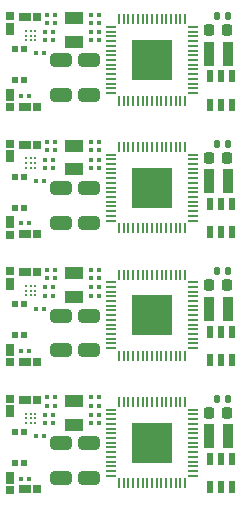
<source format=gtp>
G04 #@! TF.GenerationSoftware,KiCad,Pcbnew,9.0.0*
G04 #@! TF.CreationDate,2025-06-25T20:27:41-04:00*
G04 #@! TF.ProjectId,rp2350-decoder,72703233-3530-42d6-9465-636f6465722e,v0.2.0*
G04 #@! TF.SameCoordinates,Original*
G04 #@! TF.FileFunction,Paste,Top*
G04 #@! TF.FilePolarity,Positive*
%FSLAX46Y46*%
G04 Gerber Fmt 4.6, Leading zero omitted, Abs format (unit mm)*
G04 Created by KiCad (PCBNEW 9.0.0) date 2025-06-25 20:27:41*
%MOMM*%
%LPD*%
G01*
G04 APERTURE LIST*
G04 Aperture macros list*
%AMRoundRect*
0 Rectangle with rounded corners*
0 $1 Rounding radius*
0 $2 $3 $4 $5 $6 $7 $8 $9 X,Y pos of 4 corners*
0 Add a 4 corners polygon primitive as box body*
4,1,4,$2,$3,$4,$5,$6,$7,$8,$9,$2,$3,0*
0 Add four circle primitives for the rounded corners*
1,1,$1+$1,$2,$3*
1,1,$1+$1,$4,$5*
1,1,$1+$1,$6,$7*
1,1,$1+$1,$8,$9*
0 Add four rect primitives between the rounded corners*
20,1,$1+$1,$2,$3,$4,$5,0*
20,1,$1+$1,$4,$5,$6,$7,0*
20,1,$1+$1,$6,$7,$8,$9,0*
20,1,$1+$1,$8,$9,$2,$3,0*%
G04 Aperture macros list end*
%ADD10R,1.050000X0.800000*%
%ADD11R,0.650000X0.800000*%
%ADD12RoundRect,0.079500X-0.079500X-0.100500X0.079500X-0.100500X0.079500X0.100500X-0.079500X0.100500X0*%
%ADD13RoundRect,0.079500X-0.100500X0.079500X-0.100500X-0.079500X0.100500X-0.079500X0.100500X0.079500X0*%
%ADD14RoundRect,0.079500X0.100500X-0.079500X0.100500X0.079500X-0.100500X0.079500X-0.100500X-0.079500X0*%
%ADD15RoundRect,0.225000X-0.225000X-0.250000X0.225000X-0.250000X0.225000X0.250000X-0.225000X0.250000X0*%
%ADD16R,0.950000X2.100000*%
%ADD17RoundRect,0.147500X0.147500X0.172500X-0.147500X0.172500X-0.147500X-0.172500X0.147500X-0.172500X0*%
%ADD18R,0.200000X0.880000*%
%ADD19R,0.880000X0.200000*%
%ADD20R,3.400000X3.400000*%
%ADD21R,0.800000X1.050000*%
%ADD22R,0.800000X0.650000*%
%ADD23RoundRect,0.250000X-0.650000X0.325000X-0.650000X-0.325000X0.650000X-0.325000X0.650000X0.325000X0*%
%ADD24C,0.230000*%
%ADD25RoundRect,0.250000X0.650000X-0.325000X0.650000X0.325000X-0.650000X0.325000X-0.650000X-0.325000X0*%
%ADD26R,0.550000X0.550000*%
%ADD27R,1.600000X1.000000*%
%ADD28R,0.550000X1.100000*%
G04 APERTURE END LIST*
D10*
G04 #@! TO.C,D1*
X26880000Y-25820000D03*
D11*
X27940000Y-25820000D03*
G04 #@! TD*
D12*
G04 #@! TO.C,R10*
X28597273Y-48697201D03*
X29287273Y-48697201D03*
G04 #@! TD*
D13*
G04 #@! TO.C,C10*
X33160000Y-37905000D03*
X33160000Y-38595000D03*
G04 #@! TD*
D14*
G04 #@! TO.C,R14*
X33166559Y-26305022D03*
X33166559Y-25615022D03*
G04 #@! TD*
D15*
G04 #@! TO.C,C7*
X42475000Y-37730000D03*
X44025000Y-37730000D03*
G04 #@! TD*
D12*
G04 #@! TO.C,R11*
X27795000Y-28890000D03*
X28485000Y-28890000D03*
G04 #@! TD*
D10*
G04 #@! TO.C,D1*
X26880000Y-36620000D03*
D11*
X27940000Y-36620000D03*
G04 #@! TD*
D12*
G04 #@! TO.C,R13*
X26565000Y-21690000D03*
X27255000Y-21690000D03*
G04 #@! TD*
D16*
G04 #@! TO.C,L1*
X44107500Y-18110000D03*
X42432500Y-18110000D03*
G04 #@! TD*
G04 #@! TO.C,L1*
X44107500Y-39710000D03*
X42432500Y-39710000D03*
G04 #@! TD*
D14*
G04 #@! TO.C,C19*
X29460000Y-37105000D03*
X29460000Y-36415000D03*
G04 #@! TD*
D17*
G04 #@! TO.C,D7*
X44095000Y-47330000D03*
X43125000Y-47330000D03*
G04 #@! TD*
D18*
G04 #@! TO.C,U4*
X34840000Y-22090000D03*
X35240000Y-22090000D03*
X35640000Y-22090000D03*
X36040000Y-22090000D03*
X36440000Y-22090000D03*
X36840000Y-22090000D03*
X37240000Y-22090000D03*
X37640000Y-22090000D03*
X38040000Y-22090000D03*
X38440000Y-22090000D03*
X38840000Y-22090000D03*
X39240000Y-22090000D03*
X39640000Y-22090000D03*
X40040000Y-22090000D03*
X40440000Y-22090000D03*
D19*
X41080000Y-21450000D03*
X41080000Y-21050000D03*
X41080000Y-20650000D03*
X41080000Y-20250000D03*
X41080000Y-19850000D03*
X41080000Y-19450000D03*
X41080000Y-19050000D03*
X41080000Y-18650000D03*
X41080000Y-18250000D03*
X41080000Y-17850000D03*
X41080000Y-17450000D03*
X41080000Y-17050000D03*
X41080000Y-16650000D03*
X41080000Y-16250000D03*
X41080000Y-15850000D03*
D18*
X40440000Y-15210000D03*
X40050000Y-15210000D03*
X39650000Y-15210000D03*
X39250000Y-15210000D03*
X38850000Y-15210000D03*
X38450000Y-15210000D03*
X38050000Y-15210000D03*
X37650000Y-15210000D03*
X37250000Y-15210000D03*
X36850000Y-15210000D03*
X36450000Y-15210000D03*
X36050000Y-15210000D03*
X35650000Y-15210000D03*
X35250000Y-15210000D03*
X34850000Y-15210000D03*
D19*
X34200000Y-15850000D03*
X34200000Y-16250000D03*
X34200000Y-16650000D03*
X34200000Y-17050000D03*
X34200000Y-17450000D03*
X34200000Y-17850000D03*
X34200000Y-18250000D03*
X34200000Y-18650000D03*
X34200000Y-19050000D03*
X34200000Y-19450000D03*
X34200000Y-19850000D03*
X34200000Y-20250000D03*
X34200000Y-20650000D03*
X34200000Y-21050000D03*
X34200000Y-21450000D03*
D20*
X37640000Y-18650000D03*
G04 #@! TD*
D14*
G04 #@! TO.C,C9*
X32460000Y-49395000D03*
X32460000Y-48705000D03*
G04 #@! TD*
D12*
G04 #@! TO.C,R10*
X28597273Y-27097201D03*
X29287273Y-27097201D03*
G04 #@! TD*
D17*
G04 #@! TO.C,D7*
X44095000Y-36530000D03*
X43125000Y-36530000D03*
G04 #@! TD*
D13*
G04 #@! TO.C,C14*
X32460000Y-36415000D03*
X32460000Y-37105000D03*
G04 #@! TD*
D12*
G04 #@! TO.C,R9*
X28597273Y-49397201D03*
X29287273Y-49397201D03*
G04 #@! TD*
G04 #@! TO.C,R9*
X28597273Y-16997201D03*
X29287273Y-16997201D03*
G04 #@! TD*
D13*
G04 #@! TO.C,C14*
X32460000Y-47215000D03*
X32460000Y-47905000D03*
G04 #@! TD*
D12*
G04 #@! TO.C,R9*
X28597273Y-27797201D03*
X29287273Y-27797201D03*
G04 #@! TD*
D21*
G04 #@! TO.C,D4*
X25660000Y-54000000D03*
D22*
X25660000Y-55060000D03*
G04 #@! TD*
D23*
G04 #@! TO.C,C8*
X29960000Y-29485000D03*
X29960000Y-32435000D03*
G04 #@! TD*
D18*
G04 #@! TO.C,U4*
X34840000Y-54490000D03*
X35240000Y-54490000D03*
X35640000Y-54490000D03*
X36040000Y-54490000D03*
X36440000Y-54490000D03*
X36840000Y-54490000D03*
X37240000Y-54490000D03*
X37640000Y-54490000D03*
X38040000Y-54490000D03*
X38440000Y-54490000D03*
X38840000Y-54490000D03*
X39240000Y-54490000D03*
X39640000Y-54490000D03*
X40040000Y-54490000D03*
X40440000Y-54490000D03*
D19*
X41080000Y-53850000D03*
X41080000Y-53450000D03*
X41080000Y-53050000D03*
X41080000Y-52650000D03*
X41080000Y-52250000D03*
X41080000Y-51850000D03*
X41080000Y-51450000D03*
X41080000Y-51050000D03*
X41080000Y-50650000D03*
X41080000Y-50250000D03*
X41080000Y-49850000D03*
X41080000Y-49450000D03*
X41080000Y-49050000D03*
X41080000Y-48650000D03*
X41080000Y-48250000D03*
D18*
X40440000Y-47610000D03*
X40050000Y-47610000D03*
X39650000Y-47610000D03*
X39250000Y-47610000D03*
X38850000Y-47610000D03*
X38450000Y-47610000D03*
X38050000Y-47610000D03*
X37650000Y-47610000D03*
X37250000Y-47610000D03*
X36850000Y-47610000D03*
X36450000Y-47610000D03*
X36050000Y-47610000D03*
X35650000Y-47610000D03*
X35250000Y-47610000D03*
X34850000Y-47610000D03*
D19*
X34200000Y-48250000D03*
X34200000Y-48650000D03*
X34200000Y-49050000D03*
X34200000Y-49450000D03*
X34200000Y-49850000D03*
X34200000Y-50250000D03*
X34200000Y-50650000D03*
X34200000Y-51050000D03*
X34200000Y-51450000D03*
X34200000Y-51850000D03*
X34200000Y-52250000D03*
X34200000Y-52650000D03*
X34200000Y-53050000D03*
X34200000Y-53450000D03*
X34200000Y-53850000D03*
D20*
X37640000Y-51050000D03*
G04 #@! TD*
D12*
G04 #@! TO.C,R13*
X26565000Y-32490000D03*
X27255000Y-32490000D03*
G04 #@! TD*
D14*
G04 #@! TO.C,R14*
X33166559Y-15505022D03*
X33166559Y-14815022D03*
G04 #@! TD*
D16*
G04 #@! TO.C,L1*
X44107500Y-28910000D03*
X42432500Y-28910000D03*
G04 #@! TD*
D12*
G04 #@! TO.C,R13*
X26565000Y-54090000D03*
X27255000Y-54090000D03*
G04 #@! TD*
D14*
G04 #@! TO.C,C19*
X29460000Y-26305000D03*
X29460000Y-25615000D03*
G04 #@! TD*
D12*
G04 #@! TO.C,R13*
X26565000Y-43290000D03*
X27255000Y-43290000D03*
G04 #@! TD*
D13*
G04 #@! TO.C,C10*
X33160000Y-27105000D03*
X33160000Y-27795000D03*
G04 #@! TD*
D24*
G04 #@! TO.C,U5*
X26968733Y-48587200D03*
X27368733Y-48587200D03*
X27768733Y-48587200D03*
X26968733Y-48987200D03*
X27368733Y-48987200D03*
X27768733Y-48987200D03*
X26968733Y-49387200D03*
X27368733Y-49387200D03*
X27768733Y-49387200D03*
G04 #@! TD*
D21*
G04 #@! TO.C,D3*
X25660000Y-26800000D03*
D22*
X25660000Y-25740000D03*
G04 #@! TD*
D13*
G04 #@! TO.C,C14*
X32460000Y-25615000D03*
X32460000Y-26305000D03*
G04 #@! TD*
D24*
G04 #@! TO.C,U5*
X26968733Y-26987200D03*
X27368733Y-26987200D03*
X27768733Y-26987200D03*
X26968733Y-27387200D03*
X27368733Y-27387200D03*
X27768733Y-27387200D03*
X26968733Y-27787200D03*
X27368733Y-27787200D03*
X27768733Y-27787200D03*
G04 #@! TD*
D21*
G04 #@! TO.C,D4*
X25660000Y-43200000D03*
D22*
X25660000Y-44260000D03*
G04 #@! TD*
D10*
G04 #@! TO.C,D1*
X26880000Y-47420000D03*
D11*
X27940000Y-47420000D03*
G04 #@! TD*
D25*
G04 #@! TO.C,C17*
X32340000Y-43235000D03*
X32340000Y-40285000D03*
G04 #@! TD*
D18*
G04 #@! TO.C,U4*
X34840000Y-32890000D03*
X35240000Y-32890000D03*
X35640000Y-32890000D03*
X36040000Y-32890000D03*
X36440000Y-32890000D03*
X36840000Y-32890000D03*
X37240000Y-32890000D03*
X37640000Y-32890000D03*
X38040000Y-32890000D03*
X38440000Y-32890000D03*
X38840000Y-32890000D03*
X39240000Y-32890000D03*
X39640000Y-32890000D03*
X40040000Y-32890000D03*
X40440000Y-32890000D03*
D19*
X41080000Y-32250000D03*
X41080000Y-31850000D03*
X41080000Y-31450000D03*
X41080000Y-31050000D03*
X41080000Y-30650000D03*
X41080000Y-30250000D03*
X41080000Y-29850000D03*
X41080000Y-29450000D03*
X41080000Y-29050000D03*
X41080000Y-28650000D03*
X41080000Y-28250000D03*
X41080000Y-27850000D03*
X41080000Y-27450000D03*
X41080000Y-27050000D03*
X41080000Y-26650000D03*
D18*
X40440000Y-26010000D03*
X40050000Y-26010000D03*
X39650000Y-26010000D03*
X39250000Y-26010000D03*
X38850000Y-26010000D03*
X38450000Y-26010000D03*
X38050000Y-26010000D03*
X37650000Y-26010000D03*
X37250000Y-26010000D03*
X36850000Y-26010000D03*
X36450000Y-26010000D03*
X36050000Y-26010000D03*
X35650000Y-26010000D03*
X35250000Y-26010000D03*
X34850000Y-26010000D03*
D19*
X34200000Y-26650000D03*
X34200000Y-27050000D03*
X34200000Y-27450000D03*
X34200000Y-27850000D03*
X34200000Y-28250000D03*
X34200000Y-28650000D03*
X34200000Y-29050000D03*
X34200000Y-29450000D03*
X34200000Y-29850000D03*
X34200000Y-30250000D03*
X34200000Y-30650000D03*
X34200000Y-31050000D03*
X34200000Y-31450000D03*
X34200000Y-31850000D03*
X34200000Y-32250000D03*
D20*
X37640000Y-29450000D03*
G04 #@! TD*
D21*
G04 #@! TO.C,D3*
X25660000Y-48400000D03*
D22*
X25660000Y-47340000D03*
G04 #@! TD*
D26*
G04 #@! TO.C,SW1*
X26050000Y-52770000D03*
X26810000Y-52770000D03*
X26050000Y-50130000D03*
X26810000Y-50130000D03*
G04 #@! TD*
D12*
G04 #@! TO.C,R11*
X27795000Y-18090000D03*
X28485000Y-18090000D03*
G04 #@! TD*
G04 #@! TO.C,R11*
X27795000Y-50490000D03*
X28485000Y-50490000D03*
G04 #@! TD*
G04 #@! TO.C,R11*
X27795000Y-39690000D03*
X28485000Y-39690000D03*
G04 #@! TD*
D23*
G04 #@! TO.C,C8*
X29960000Y-51085000D03*
X29960000Y-54035000D03*
G04 #@! TD*
D14*
G04 #@! TO.C,C18*
X28760000Y-15505000D03*
X28760000Y-14815000D03*
G04 #@! TD*
D13*
G04 #@! TO.C,C10*
X33160000Y-16305000D03*
X33160000Y-16995000D03*
G04 #@! TD*
D14*
G04 #@! TO.C,C18*
X28760000Y-37105000D03*
X28760000Y-36415000D03*
G04 #@! TD*
D21*
G04 #@! TO.C,D4*
X25660000Y-32400000D03*
D22*
X25660000Y-33460000D03*
G04 #@! TD*
D27*
G04 #@! TO.C,L2*
X31060000Y-36710000D03*
X31060000Y-38710000D03*
G04 #@! TD*
D25*
G04 #@! TO.C,C17*
X32340000Y-32435000D03*
X32340000Y-29485000D03*
G04 #@! TD*
D27*
G04 #@! TO.C,L2*
X31060000Y-25910000D03*
X31060000Y-27910000D03*
G04 #@! TD*
D10*
G04 #@! TO.C,D2*
X26880000Y-33390000D03*
D11*
X27940000Y-33390000D03*
G04 #@! TD*
D26*
G04 #@! TO.C,SW1*
X26050000Y-20370000D03*
X26810000Y-20370000D03*
X26050000Y-17730000D03*
X26810000Y-17730000D03*
G04 #@! TD*
D14*
G04 #@! TO.C,C9*
X32460000Y-27795000D03*
X32460000Y-27105000D03*
G04 #@! TD*
D13*
G04 #@! TO.C,C14*
X32460000Y-14815000D03*
X32460000Y-15505000D03*
G04 #@! TD*
D14*
G04 #@! TO.C,C18*
X28760000Y-26305000D03*
X28760000Y-25615000D03*
G04 #@! TD*
D27*
G04 #@! TO.C,L2*
X31060000Y-15110000D03*
X31060000Y-17110000D03*
G04 #@! TD*
D28*
G04 #@! TO.C,U2*
X42520000Y-33240000D03*
X43470000Y-33240000D03*
X44420000Y-33240000D03*
X44420000Y-30840000D03*
X43470000Y-30840000D03*
X42520000Y-30840000D03*
G04 #@! TD*
D25*
G04 #@! TO.C,C17*
X32340000Y-21635000D03*
X32340000Y-18685000D03*
G04 #@! TD*
D15*
G04 #@! TO.C,C7*
X42475000Y-16130000D03*
X44025000Y-16130000D03*
G04 #@! TD*
D14*
G04 #@! TO.C,C9*
X32460000Y-16995000D03*
X32460000Y-16305000D03*
G04 #@! TD*
D24*
G04 #@! TO.C,U5*
X26968733Y-37787200D03*
X27368733Y-37787200D03*
X27768733Y-37787200D03*
X26968733Y-38187200D03*
X27368733Y-38187200D03*
X27768733Y-38187200D03*
X26968733Y-38587200D03*
X27368733Y-38587200D03*
X27768733Y-38587200D03*
G04 #@! TD*
D13*
G04 #@! TO.C,C10*
X33160000Y-48705000D03*
X33160000Y-49395000D03*
G04 #@! TD*
D10*
G04 #@! TO.C,D1*
X26880000Y-15020000D03*
D11*
X27940000Y-15020000D03*
G04 #@! TD*
D24*
G04 #@! TO.C,U5*
X26968733Y-16187200D03*
X27368733Y-16187200D03*
X27768733Y-16187200D03*
X26968733Y-16587200D03*
X27368733Y-16587200D03*
X27768733Y-16587200D03*
X26968733Y-16987200D03*
X27368733Y-16987200D03*
X27768733Y-16987200D03*
G04 #@! TD*
D12*
G04 #@! TO.C,R10*
X28597273Y-16297201D03*
X29287273Y-16297201D03*
G04 #@! TD*
D26*
G04 #@! TO.C,SW1*
X26050000Y-41970000D03*
X26810000Y-41970000D03*
X26050000Y-39330000D03*
X26810000Y-39330000D03*
G04 #@! TD*
D18*
G04 #@! TO.C,U4*
X34840000Y-43690000D03*
X35240000Y-43690000D03*
X35640000Y-43690000D03*
X36040000Y-43690000D03*
X36440000Y-43690000D03*
X36840000Y-43690000D03*
X37240000Y-43690000D03*
X37640000Y-43690000D03*
X38040000Y-43690000D03*
X38440000Y-43690000D03*
X38840000Y-43690000D03*
X39240000Y-43690000D03*
X39640000Y-43690000D03*
X40040000Y-43690000D03*
X40440000Y-43690000D03*
D19*
X41080000Y-43050000D03*
X41080000Y-42650000D03*
X41080000Y-42250000D03*
X41080000Y-41850000D03*
X41080000Y-41450000D03*
X41080000Y-41050000D03*
X41080000Y-40650000D03*
X41080000Y-40250000D03*
X41080000Y-39850000D03*
X41080000Y-39450000D03*
X41080000Y-39050000D03*
X41080000Y-38650000D03*
X41080000Y-38250000D03*
X41080000Y-37850000D03*
X41080000Y-37450000D03*
D18*
X40440000Y-36810000D03*
X40050000Y-36810000D03*
X39650000Y-36810000D03*
X39250000Y-36810000D03*
X38850000Y-36810000D03*
X38450000Y-36810000D03*
X38050000Y-36810000D03*
X37650000Y-36810000D03*
X37250000Y-36810000D03*
X36850000Y-36810000D03*
X36450000Y-36810000D03*
X36050000Y-36810000D03*
X35650000Y-36810000D03*
X35250000Y-36810000D03*
X34850000Y-36810000D03*
D19*
X34200000Y-37450000D03*
X34200000Y-37850000D03*
X34200000Y-38250000D03*
X34200000Y-38650000D03*
X34200000Y-39050000D03*
X34200000Y-39450000D03*
X34200000Y-39850000D03*
X34200000Y-40250000D03*
X34200000Y-40650000D03*
X34200000Y-41050000D03*
X34200000Y-41450000D03*
X34200000Y-41850000D03*
X34200000Y-42250000D03*
X34200000Y-42650000D03*
X34200000Y-43050000D03*
D20*
X37640000Y-40250000D03*
G04 #@! TD*
D16*
G04 #@! TO.C,L1*
X44107500Y-50510000D03*
X42432500Y-50510000D03*
G04 #@! TD*
D14*
G04 #@! TO.C,C19*
X29460000Y-15505000D03*
X29460000Y-14815000D03*
G04 #@! TD*
D28*
G04 #@! TO.C,U2*
X42520000Y-54840000D03*
X43470000Y-54840000D03*
X44420000Y-54840000D03*
X44420000Y-52440000D03*
X43470000Y-52440000D03*
X42520000Y-52440000D03*
G04 #@! TD*
D17*
G04 #@! TO.C,D7*
X44095000Y-14930000D03*
X43125000Y-14930000D03*
G04 #@! TD*
D27*
G04 #@! TO.C,L2*
X31060000Y-47510000D03*
X31060000Y-49510000D03*
G04 #@! TD*
D14*
G04 #@! TO.C,C19*
X29460000Y-47905000D03*
X29460000Y-47215000D03*
G04 #@! TD*
D12*
G04 #@! TO.C,R10*
X28597273Y-37897201D03*
X29287273Y-37897201D03*
G04 #@! TD*
D21*
G04 #@! TO.C,D4*
X25660000Y-21600000D03*
D22*
X25660000Y-22660000D03*
G04 #@! TD*
D10*
G04 #@! TO.C,D2*
X26880000Y-44190000D03*
D11*
X27940000Y-44190000D03*
G04 #@! TD*
D10*
G04 #@! TO.C,D2*
X26880000Y-22590000D03*
D11*
X27940000Y-22590000D03*
G04 #@! TD*
D28*
G04 #@! TO.C,U2*
X42520000Y-22440000D03*
X43470000Y-22440000D03*
X44420000Y-22440000D03*
X44420000Y-20040000D03*
X43470000Y-20040000D03*
X42520000Y-20040000D03*
G04 #@! TD*
D21*
G04 #@! TO.C,D3*
X25660000Y-37600000D03*
D22*
X25660000Y-36540000D03*
G04 #@! TD*
D23*
G04 #@! TO.C,C8*
X29960000Y-40285000D03*
X29960000Y-43235000D03*
G04 #@! TD*
D21*
G04 #@! TO.C,D3*
X25660000Y-16000000D03*
D22*
X25660000Y-14940000D03*
G04 #@! TD*
D26*
G04 #@! TO.C,SW1*
X26050000Y-31170000D03*
X26810000Y-31170000D03*
X26050000Y-28530000D03*
X26810000Y-28530000D03*
G04 #@! TD*
D14*
G04 #@! TO.C,R14*
X33166559Y-47905022D03*
X33166559Y-47215022D03*
G04 #@! TD*
G04 #@! TO.C,R14*
X33166559Y-37105022D03*
X33166559Y-36415022D03*
G04 #@! TD*
G04 #@! TO.C,C18*
X28760000Y-47905000D03*
X28760000Y-47215000D03*
G04 #@! TD*
D10*
G04 #@! TO.C,D2*
X26880000Y-54990000D03*
D11*
X27940000Y-54990000D03*
G04 #@! TD*
D28*
G04 #@! TO.C,U2*
X42520000Y-44040000D03*
X43470000Y-44040000D03*
X44420000Y-44040000D03*
X44420000Y-41640000D03*
X43470000Y-41640000D03*
X42520000Y-41640000D03*
G04 #@! TD*
D17*
G04 #@! TO.C,D7*
X44095000Y-25730000D03*
X43125000Y-25730000D03*
G04 #@! TD*
D14*
G04 #@! TO.C,C9*
X32460000Y-38595000D03*
X32460000Y-37905000D03*
G04 #@! TD*
D12*
G04 #@! TO.C,R9*
X28597273Y-38597201D03*
X29287273Y-38597201D03*
G04 #@! TD*
D15*
G04 #@! TO.C,C7*
X42475000Y-48530000D03*
X44025000Y-48530000D03*
G04 #@! TD*
D25*
G04 #@! TO.C,C17*
X32340000Y-54035000D03*
X32340000Y-51085000D03*
G04 #@! TD*
D15*
G04 #@! TO.C,C7*
X42475000Y-26930000D03*
X44025000Y-26930000D03*
G04 #@! TD*
D23*
G04 #@! TO.C,C8*
X29960000Y-18685000D03*
X29960000Y-21635000D03*
G04 #@! TD*
M02*

</source>
